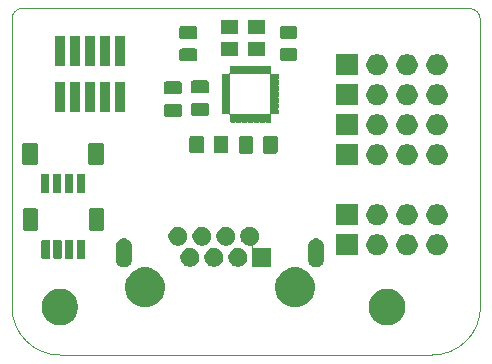
<source format=gbr>
G04 #@! TF.GenerationSoftware,KiCad,Pcbnew,(5.1.5)-3*
G04 #@! TF.CreationDate,2021-07-18T09:53:39-05:00*
G04 #@! TF.ProjectId,InputBoardSTM32QFN28,496e7075-7442-46f6-9172-6453544d3332,rev?*
G04 #@! TF.SameCoordinates,Original*
G04 #@! TF.FileFunction,Soldermask,Top*
G04 #@! TF.FilePolarity,Negative*
%FSLAX46Y46*%
G04 Gerber Fmt 4.6, Leading zero omitted, Abs format (unit mm)*
G04 Created by KiCad (PCBNEW (5.1.5)-3) date 2021-07-18 09:53:39*
%MOMM*%
%LPD*%
G04 APERTURE LIST*
%ADD10C,0.050000*%
%ADD11C,0.100000*%
G04 APERTURE END LIST*
D10*
X171279873Y-85389743D02*
G75*
G02X172239940Y-86360000I-5095J-965162D01*
G01*
X132588000Y-86296602D02*
G75*
G02X133489685Y-85389720I901685J5182D01*
G01*
X132588000Y-110680500D02*
X132588000Y-86296602D01*
X136652000Y-114744500D02*
G75*
G02X132588000Y-110680500I0J4064000D01*
G01*
X168153080Y-114744500D02*
X136652000Y-114744500D01*
X172239940Y-86360000D02*
X172250164Y-110667800D01*
X172250164Y-110670340D02*
G75*
G02X168153080Y-114744500I-4074224J0D01*
G01*
X171279820Y-85389720D02*
X133489685Y-85389720D01*
D11*
G36*
X150393146Y-90980133D02*
G01*
X150393146Y-91280107D01*
X150993094Y-91280107D01*
X150993094Y-90980133D01*
X150393146Y-90980133D01*
G37*
X150393146Y-90980133D02*
X150393146Y-91280107D01*
X150993094Y-91280107D01*
X150993094Y-90980133D01*
X150393146Y-90980133D01*
G36*
X150393146Y-91480513D02*
G01*
X150393146Y-91780487D01*
X150993094Y-91780487D01*
X150993094Y-91480513D01*
X150393146Y-91480513D01*
G37*
X150393146Y-91480513D02*
X150393146Y-91780487D01*
X150993094Y-91780487D01*
X150993094Y-91480513D01*
X150393146Y-91480513D01*
G36*
X150393146Y-91980893D02*
G01*
X150393146Y-92280867D01*
X150993094Y-92280867D01*
X150993094Y-91980893D01*
X150393146Y-91980893D01*
G37*
X150393146Y-91980893D02*
X150393146Y-92280867D01*
X150993094Y-92280867D01*
X150993094Y-91980893D01*
X150393146Y-91980893D01*
G36*
X150393146Y-92481273D02*
G01*
X150393146Y-92781247D01*
X150993094Y-92781247D01*
X150993094Y-92481273D01*
X150393146Y-92481273D01*
G37*
X150393146Y-92481273D02*
X150393146Y-92781247D01*
X150993094Y-92781247D01*
X150993094Y-92481273D01*
X150393146Y-92481273D01*
G36*
X150393146Y-92981653D02*
G01*
X150393146Y-93281627D01*
X150993094Y-93281627D01*
X150993094Y-92981653D01*
X150393146Y-92981653D01*
G37*
X150393146Y-92981653D02*
X150393146Y-93281627D01*
X150993094Y-93281627D01*
X150993094Y-92981653D01*
X150393146Y-92981653D01*
G36*
X150393146Y-93482033D02*
G01*
X150393146Y-93782007D01*
X150993094Y-93782007D01*
X150993094Y-93482033D01*
X150393146Y-93482033D01*
G37*
X150393146Y-93482033D02*
X150393146Y-93782007D01*
X150993094Y-93782007D01*
X150993094Y-93482033D01*
X150393146Y-93482033D01*
G36*
X150393146Y-93982413D02*
G01*
X150393146Y-94282387D01*
X150993094Y-94282387D01*
X150993094Y-93982413D01*
X150393146Y-93982413D01*
G37*
X150393146Y-93982413D02*
X150393146Y-94282387D01*
X150993094Y-94282387D01*
X150993094Y-93982413D01*
X150393146Y-93982413D01*
G36*
X151086693Y-94375986D02*
G01*
X151086693Y-94975934D01*
X151386667Y-94975934D01*
X151386667Y-94375986D01*
X151086693Y-94375986D01*
G37*
X151086693Y-94375986D02*
X151086693Y-94975934D01*
X151386667Y-94975934D01*
X151386667Y-94375986D01*
X151086693Y-94375986D01*
G36*
X151587073Y-94375986D02*
G01*
X151587073Y-94975934D01*
X151887047Y-94975934D01*
X151887047Y-94375986D01*
X151587073Y-94375986D01*
G37*
X151587073Y-94375986D02*
X151587073Y-94975934D01*
X151887047Y-94975934D01*
X151887047Y-94375986D01*
X151587073Y-94375986D01*
G36*
X152087453Y-94375986D02*
G01*
X152087453Y-94975934D01*
X152387427Y-94975934D01*
X152387427Y-94375986D01*
X152087453Y-94375986D01*
G37*
X152087453Y-94375986D02*
X152087453Y-94975934D01*
X152387427Y-94975934D01*
X152387427Y-94375986D01*
X152087453Y-94375986D01*
G36*
X152587833Y-94375986D02*
G01*
X152587833Y-94975934D01*
X152887807Y-94975934D01*
X152887807Y-94375986D01*
X152587833Y-94375986D01*
G37*
X152587833Y-94375986D02*
X152587833Y-94975934D01*
X152887807Y-94975934D01*
X152887807Y-94375986D01*
X152587833Y-94375986D01*
G36*
X153088213Y-94375986D02*
G01*
X153088213Y-94975934D01*
X153388187Y-94975934D01*
X153388187Y-94375986D01*
X153088213Y-94375986D01*
G37*
X153088213Y-94375986D02*
X153088213Y-94975934D01*
X153388187Y-94975934D01*
X153388187Y-94375986D01*
X153088213Y-94375986D01*
G36*
X153588593Y-94375986D02*
G01*
X153588593Y-94975934D01*
X153888567Y-94975934D01*
X153888567Y-94375986D01*
X153588593Y-94375986D01*
G37*
X153588593Y-94375986D02*
X153588593Y-94975934D01*
X153888567Y-94975934D01*
X153888567Y-94375986D01*
X153588593Y-94375986D01*
G36*
X154088973Y-94375986D02*
G01*
X154088973Y-94975934D01*
X154388947Y-94975934D01*
X154388947Y-94375986D01*
X154088973Y-94375986D01*
G37*
X154088973Y-94375986D02*
X154088973Y-94975934D01*
X154388947Y-94975934D01*
X154388947Y-94375986D01*
X154088973Y-94375986D01*
G36*
X154482546Y-93982413D02*
G01*
X154482546Y-94282387D01*
X155082494Y-94282387D01*
X155082494Y-93982413D01*
X154482546Y-93982413D01*
G37*
X154482546Y-93982413D02*
X154482546Y-94282387D01*
X155082494Y-94282387D01*
X155082494Y-93982413D01*
X154482546Y-93982413D01*
G36*
X154482546Y-93482033D02*
G01*
X154482546Y-93782007D01*
X155082494Y-93782007D01*
X155082494Y-93482033D01*
X154482546Y-93482033D01*
G37*
X154482546Y-93482033D02*
X154482546Y-93782007D01*
X155082494Y-93782007D01*
X155082494Y-93482033D01*
X154482546Y-93482033D01*
G36*
X154482546Y-92981653D02*
G01*
X154482546Y-93281627D01*
X155082494Y-93281627D01*
X155082494Y-92981653D01*
X154482546Y-92981653D01*
G37*
X154482546Y-92981653D02*
X154482546Y-93281627D01*
X155082494Y-93281627D01*
X155082494Y-92981653D01*
X154482546Y-92981653D01*
G36*
X154482546Y-92481273D02*
G01*
X154482546Y-92781247D01*
X155082494Y-92781247D01*
X155082494Y-92481273D01*
X154482546Y-92481273D01*
G37*
X154482546Y-92481273D02*
X154482546Y-92781247D01*
X155082494Y-92781247D01*
X155082494Y-92481273D01*
X154482546Y-92481273D01*
G36*
X154482546Y-91980893D02*
G01*
X154482546Y-92280867D01*
X155082494Y-92280867D01*
X155082494Y-91980893D01*
X154482546Y-91980893D01*
G37*
X154482546Y-91980893D02*
X154482546Y-92280867D01*
X155082494Y-92280867D01*
X155082494Y-91980893D01*
X154482546Y-91980893D01*
G36*
X154482546Y-91480513D02*
G01*
X154482546Y-91780487D01*
X155082494Y-91780487D01*
X155082494Y-91480513D01*
X154482546Y-91480513D01*
G37*
X154482546Y-91480513D02*
X154482546Y-91780487D01*
X155082494Y-91780487D01*
X155082494Y-91480513D01*
X154482546Y-91480513D01*
G36*
X154482546Y-90980133D02*
G01*
X154482546Y-91280107D01*
X155082494Y-91280107D01*
X155082494Y-90980133D01*
X154482546Y-90980133D01*
G37*
X154482546Y-90980133D02*
X154482546Y-91280107D01*
X155082494Y-91280107D01*
X155082494Y-90980133D01*
X154482546Y-90980133D01*
G36*
X154088973Y-90286586D02*
G01*
X154088973Y-90886534D01*
X154388947Y-90886534D01*
X154388947Y-90286586D01*
X154088973Y-90286586D01*
G37*
X154088973Y-90286586D02*
X154088973Y-90886534D01*
X154388947Y-90886534D01*
X154388947Y-90286586D01*
X154088973Y-90286586D01*
G36*
X153588593Y-90286586D02*
G01*
X153588593Y-90886534D01*
X153888567Y-90886534D01*
X153888567Y-90286586D01*
X153588593Y-90286586D01*
G37*
X153588593Y-90286586D02*
X153588593Y-90886534D01*
X153888567Y-90886534D01*
X153888567Y-90286586D01*
X153588593Y-90286586D01*
G36*
X153088213Y-90286586D02*
G01*
X153088213Y-90886534D01*
X153388187Y-90886534D01*
X153388187Y-90286586D01*
X153088213Y-90286586D01*
G37*
X153088213Y-90286586D02*
X153088213Y-90886534D01*
X153388187Y-90886534D01*
X153388187Y-90286586D01*
X153088213Y-90286586D01*
G36*
X152587833Y-90286586D02*
G01*
X152587833Y-90886534D01*
X152887807Y-90886534D01*
X152887807Y-90286586D01*
X152587833Y-90286586D01*
G37*
X152587833Y-90286586D02*
X152587833Y-90886534D01*
X152887807Y-90886534D01*
X152887807Y-90286586D01*
X152587833Y-90286586D01*
G36*
X152087453Y-90286586D02*
G01*
X152087453Y-90886534D01*
X152387427Y-90886534D01*
X152387427Y-90286586D01*
X152087453Y-90286586D01*
G37*
X152087453Y-90286586D02*
X152087453Y-90886534D01*
X152387427Y-90886534D01*
X152387427Y-90286586D01*
X152087453Y-90286586D01*
G36*
X151587073Y-90286586D02*
G01*
X151587073Y-90886534D01*
X151887047Y-90886534D01*
X151887047Y-90286586D01*
X151587073Y-90286586D01*
G37*
X151587073Y-90286586D02*
X151587073Y-90886534D01*
X151887047Y-90886534D01*
X151887047Y-90286586D01*
X151587073Y-90286586D01*
G36*
X151086693Y-90286586D02*
G01*
X151086693Y-90886534D01*
X151386667Y-90886534D01*
X151386667Y-90286586D01*
X151086693Y-90286586D01*
G37*
X151086693Y-90286586D02*
X151086693Y-90886534D01*
X151386667Y-90886534D01*
X151386667Y-90286586D01*
X151086693Y-90286586D01*
G36*
X164640585Y-109156802D02*
G01*
X164790410Y-109186604D01*
X165072674Y-109303521D01*
X165326705Y-109473259D01*
X165542741Y-109689295D01*
X165712479Y-109943326D01*
X165829396Y-110225590D01*
X165889000Y-110525240D01*
X165889000Y-110830760D01*
X165829396Y-111130410D01*
X165712479Y-111412674D01*
X165542741Y-111666705D01*
X165326705Y-111882741D01*
X165072674Y-112052479D01*
X164790410Y-112169396D01*
X164640585Y-112199198D01*
X164490761Y-112229000D01*
X164185239Y-112229000D01*
X164035415Y-112199198D01*
X163885590Y-112169396D01*
X163603326Y-112052479D01*
X163349295Y-111882741D01*
X163133259Y-111666705D01*
X162963521Y-111412674D01*
X162846604Y-111130410D01*
X162787000Y-110830760D01*
X162787000Y-110525240D01*
X162846604Y-110225590D01*
X162963521Y-109943326D01*
X163133259Y-109689295D01*
X163349295Y-109473259D01*
X163603326Y-109303521D01*
X163885590Y-109186604D01*
X164035415Y-109156802D01*
X164185239Y-109127000D01*
X164490761Y-109127000D01*
X164640585Y-109156802D01*
G37*
G36*
X136940585Y-109156802D02*
G01*
X137090410Y-109186604D01*
X137372674Y-109303521D01*
X137626705Y-109473259D01*
X137842741Y-109689295D01*
X138012479Y-109943326D01*
X138129396Y-110225590D01*
X138189000Y-110525240D01*
X138189000Y-110830760D01*
X138129396Y-111130410D01*
X138012479Y-111412674D01*
X137842741Y-111666705D01*
X137626705Y-111882741D01*
X137372674Y-112052479D01*
X137090410Y-112169396D01*
X136940585Y-112199198D01*
X136790761Y-112229000D01*
X136485239Y-112229000D01*
X136335415Y-112199198D01*
X136185590Y-112169396D01*
X135903326Y-112052479D01*
X135649295Y-111882741D01*
X135433259Y-111666705D01*
X135263521Y-111412674D01*
X135146604Y-111130410D01*
X135087000Y-110830760D01*
X135087000Y-110525240D01*
X135146604Y-110225590D01*
X135263521Y-109943326D01*
X135433259Y-109689295D01*
X135649295Y-109473259D01*
X135903326Y-109303521D01*
X136185590Y-109186604D01*
X136335415Y-109156802D01*
X136485239Y-109127000D01*
X136790761Y-109127000D01*
X136940585Y-109156802D01*
G37*
G36*
X157032151Y-107387428D02*
G01*
X157337163Y-107513768D01*
X157611667Y-107697186D01*
X157845114Y-107930633D01*
X158028532Y-108205137D01*
X158154872Y-108510149D01*
X158219280Y-108833948D01*
X158219280Y-109164092D01*
X158154872Y-109487891D01*
X158028532Y-109792903D01*
X157845114Y-110067407D01*
X157611667Y-110300854D01*
X157337163Y-110484272D01*
X157032151Y-110610612D01*
X156870251Y-110642816D01*
X156708353Y-110675020D01*
X156378207Y-110675020D01*
X156216309Y-110642816D01*
X156054409Y-110610612D01*
X155749397Y-110484272D01*
X155474893Y-110300854D01*
X155241446Y-110067407D01*
X155058028Y-109792903D01*
X154931688Y-109487891D01*
X154867280Y-109164092D01*
X154867280Y-108833948D01*
X154931688Y-108510149D01*
X155058028Y-108205137D01*
X155241446Y-107930633D01*
X155474893Y-107697186D01*
X155749397Y-107513768D01*
X156054409Y-107387428D01*
X156378207Y-107323020D01*
X156708353Y-107323020D01*
X157032151Y-107387428D01*
G37*
G36*
X144332151Y-107387428D02*
G01*
X144637163Y-107513768D01*
X144911667Y-107697186D01*
X145145114Y-107930633D01*
X145328532Y-108205137D01*
X145454872Y-108510149D01*
X145519280Y-108833948D01*
X145519280Y-109164092D01*
X145454872Y-109487891D01*
X145328532Y-109792903D01*
X145145114Y-110067407D01*
X144911667Y-110300854D01*
X144637163Y-110484272D01*
X144332151Y-110610612D01*
X144170251Y-110642816D01*
X144008353Y-110675020D01*
X143678207Y-110675020D01*
X143516309Y-110642816D01*
X143354409Y-110610612D01*
X143049397Y-110484272D01*
X142774893Y-110300854D01*
X142541446Y-110067407D01*
X142358028Y-109792903D01*
X142231688Y-109487891D01*
X142167280Y-109164092D01*
X142167280Y-108833948D01*
X142231688Y-108510149D01*
X142358028Y-108205137D01*
X142541446Y-107930633D01*
X142774893Y-107697186D01*
X143049397Y-107513768D01*
X143354409Y-107387428D01*
X143678207Y-107323020D01*
X144008353Y-107323020D01*
X144332151Y-107387428D01*
G37*
G36*
X158456682Y-104874916D02*
G01*
X158584955Y-104913828D01*
X158703174Y-104977017D01*
X158806794Y-105062056D01*
X158891833Y-105165676D01*
X158955022Y-105283895D01*
X158993934Y-105412168D01*
X159003780Y-105512142D01*
X159003780Y-106681998D01*
X158993934Y-106781972D01*
X158955022Y-106910245D01*
X158891833Y-107028464D01*
X158806794Y-107132083D01*
X158703172Y-107217123D01*
X158584954Y-107280312D01*
X158456681Y-107319224D01*
X158323280Y-107332362D01*
X158189878Y-107319224D01*
X158061605Y-107280312D01*
X157943386Y-107217123D01*
X157839767Y-107132084D01*
X157754727Y-107028462D01*
X157691538Y-106910244D01*
X157652626Y-106781971D01*
X157642780Y-106681997D01*
X157642781Y-105512142D01*
X157652627Y-105412168D01*
X157691539Y-105283895D01*
X157754728Y-105165676D01*
X157839767Y-105062056D01*
X157943387Y-104977017D01*
X158061606Y-104913828D01*
X158189879Y-104874916D01*
X158323280Y-104861778D01*
X158456682Y-104874916D01*
G37*
G36*
X142196682Y-104874916D02*
G01*
X142324955Y-104913828D01*
X142443174Y-104977017D01*
X142546794Y-105062056D01*
X142631833Y-105165676D01*
X142695022Y-105283895D01*
X142733934Y-105412168D01*
X142743780Y-105512142D01*
X142743780Y-106681998D01*
X142733934Y-106781972D01*
X142695022Y-106910245D01*
X142631833Y-107028464D01*
X142546794Y-107132083D01*
X142443172Y-107217123D01*
X142324954Y-107280312D01*
X142196681Y-107319224D01*
X142063280Y-107332362D01*
X141929878Y-107319224D01*
X141801605Y-107280312D01*
X141683386Y-107217123D01*
X141579767Y-107132084D01*
X141494727Y-107028462D01*
X141431538Y-106910244D01*
X141392626Y-106781971D01*
X141382780Y-106681997D01*
X141382781Y-105512142D01*
X141392627Y-105412168D01*
X141431539Y-105283895D01*
X141494728Y-105165676D01*
X141579767Y-105062056D01*
X141683387Y-104977017D01*
X141801606Y-104913828D01*
X141929879Y-104874916D01*
X142063280Y-104861778D01*
X142196682Y-104874916D01*
G37*
G36*
X152956222Y-103908801D02*
G01*
X153101994Y-103969182D01*
X153101996Y-103969183D01*
X153233188Y-104056842D01*
X153344758Y-104168412D01*
X153432417Y-104299604D01*
X153432418Y-104299606D01*
X153492799Y-104445378D01*
X153523580Y-104600127D01*
X153523580Y-104757913D01*
X153492799Y-104912662D01*
X153432418Y-105058434D01*
X153432417Y-105058436D01*
X153344758Y-105189628D01*
X153233188Y-105301198D01*
X153101996Y-105388857D01*
X153101995Y-105388858D01*
X153101994Y-105388858D01*
X153032757Y-105417537D01*
X153011146Y-105429088D01*
X152992204Y-105444633D01*
X152976659Y-105463575D01*
X152965108Y-105485186D01*
X152957995Y-105508635D01*
X152955593Y-105533021D01*
X152957995Y-105557407D01*
X152965108Y-105580856D01*
X152976659Y-105602467D01*
X152992204Y-105621409D01*
X153011146Y-105636954D01*
X153032757Y-105648505D01*
X153056206Y-105655618D01*
X153080592Y-105658020D01*
X154543580Y-105658020D01*
X154543580Y-107260020D01*
X152941580Y-107260020D01*
X152941580Y-105604462D01*
X152939178Y-105580076D01*
X152932065Y-105556627D01*
X152920514Y-105535016D01*
X152904969Y-105516074D01*
X152886027Y-105500529D01*
X152864416Y-105488978D01*
X152840967Y-105481865D01*
X152816581Y-105479463D01*
X152810931Y-105480020D01*
X152643687Y-105480020D01*
X152488938Y-105449239D01*
X152343166Y-105388858D01*
X152343165Y-105388858D01*
X152343164Y-105388857D01*
X152211972Y-105301198D01*
X152100402Y-105189628D01*
X152012743Y-105058436D01*
X152012742Y-105058434D01*
X151952361Y-104912662D01*
X151921580Y-104757913D01*
X151921580Y-104600127D01*
X151952361Y-104445378D01*
X152012742Y-104299606D01*
X152012743Y-104299604D01*
X152100402Y-104168412D01*
X152211972Y-104056842D01*
X152343164Y-103969183D01*
X152343166Y-103969182D01*
X152488938Y-103908801D01*
X152643687Y-103878020D01*
X152801473Y-103878020D01*
X152956222Y-103908801D01*
G37*
G36*
X147886222Y-105688801D02*
G01*
X148031994Y-105749182D01*
X148031996Y-105749183D01*
X148163188Y-105836842D01*
X148274758Y-105948412D01*
X148298773Y-105984354D01*
X148362418Y-106079606D01*
X148422799Y-106225378D01*
X148453580Y-106380127D01*
X148453580Y-106537913D01*
X148422799Y-106692662D01*
X148385806Y-106781970D01*
X148362417Y-106838436D01*
X148274758Y-106969628D01*
X148163188Y-107081198D01*
X148031996Y-107168857D01*
X148031995Y-107168858D01*
X148031994Y-107168858D01*
X147886222Y-107229239D01*
X147731473Y-107260020D01*
X147573687Y-107260020D01*
X147418938Y-107229239D01*
X147273166Y-107168858D01*
X147273165Y-107168858D01*
X147273164Y-107168857D01*
X147141972Y-107081198D01*
X147030402Y-106969628D01*
X146942743Y-106838436D01*
X146919354Y-106781970D01*
X146882361Y-106692662D01*
X146851580Y-106537913D01*
X146851580Y-106380127D01*
X146882361Y-106225378D01*
X146942742Y-106079606D01*
X147006387Y-105984354D01*
X147030402Y-105948412D01*
X147141972Y-105836842D01*
X147273164Y-105749183D01*
X147273166Y-105749182D01*
X147418938Y-105688801D01*
X147573687Y-105658020D01*
X147731473Y-105658020D01*
X147886222Y-105688801D01*
G37*
G36*
X149916222Y-105688801D02*
G01*
X150061994Y-105749182D01*
X150061996Y-105749183D01*
X150193188Y-105836842D01*
X150304758Y-105948412D01*
X150328773Y-105984354D01*
X150392418Y-106079606D01*
X150452799Y-106225378D01*
X150483580Y-106380127D01*
X150483580Y-106537913D01*
X150452799Y-106692662D01*
X150415806Y-106781970D01*
X150392417Y-106838436D01*
X150304758Y-106969628D01*
X150193188Y-107081198D01*
X150061996Y-107168857D01*
X150061995Y-107168858D01*
X150061994Y-107168858D01*
X149916222Y-107229239D01*
X149761473Y-107260020D01*
X149603687Y-107260020D01*
X149448938Y-107229239D01*
X149303166Y-107168858D01*
X149303165Y-107168858D01*
X149303164Y-107168857D01*
X149171972Y-107081198D01*
X149060402Y-106969628D01*
X148972743Y-106838436D01*
X148949354Y-106781970D01*
X148912361Y-106692662D01*
X148881580Y-106537913D01*
X148881580Y-106380127D01*
X148912361Y-106225378D01*
X148972742Y-106079606D01*
X149036387Y-105984354D01*
X149060402Y-105948412D01*
X149171972Y-105836842D01*
X149303164Y-105749183D01*
X149303166Y-105749182D01*
X149448938Y-105688801D01*
X149603687Y-105658020D01*
X149761473Y-105658020D01*
X149916222Y-105688801D01*
G37*
G36*
X151946222Y-105688801D02*
G01*
X152091994Y-105749182D01*
X152091996Y-105749183D01*
X152223188Y-105836842D01*
X152334758Y-105948412D01*
X152358773Y-105984354D01*
X152422418Y-106079606D01*
X152482799Y-106225378D01*
X152513580Y-106380127D01*
X152513580Y-106537913D01*
X152482799Y-106692662D01*
X152445806Y-106781970D01*
X152422417Y-106838436D01*
X152334758Y-106969628D01*
X152223188Y-107081198D01*
X152091996Y-107168857D01*
X152091995Y-107168858D01*
X152091994Y-107168858D01*
X151946222Y-107229239D01*
X151791473Y-107260020D01*
X151633687Y-107260020D01*
X151478938Y-107229239D01*
X151333166Y-107168858D01*
X151333165Y-107168858D01*
X151333164Y-107168857D01*
X151201972Y-107081198D01*
X151090402Y-106969628D01*
X151002743Y-106838436D01*
X150979354Y-106781970D01*
X150942361Y-106692662D01*
X150911580Y-106537913D01*
X150911580Y-106380127D01*
X150942361Y-106225378D01*
X151002742Y-106079606D01*
X151066387Y-105984354D01*
X151090402Y-105948412D01*
X151201972Y-105836842D01*
X151333164Y-105749183D01*
X151333166Y-105749182D01*
X151478938Y-105688801D01*
X151633687Y-105658020D01*
X151791473Y-105658020D01*
X151946222Y-105688801D01*
G37*
G36*
X135691328Y-104971964D02*
G01*
X135712409Y-104978360D01*
X135731845Y-104988748D01*
X135748876Y-105002724D01*
X135762852Y-105019755D01*
X135773240Y-105039191D01*
X135779636Y-105060272D01*
X135782400Y-105088340D01*
X135782400Y-106502060D01*
X135779636Y-106530128D01*
X135773240Y-106551209D01*
X135762852Y-106570645D01*
X135748876Y-106587676D01*
X135731845Y-106601652D01*
X135712409Y-106612040D01*
X135691328Y-106618436D01*
X135663260Y-106621200D01*
X135199540Y-106621200D01*
X135171472Y-106618436D01*
X135150391Y-106612040D01*
X135130955Y-106601652D01*
X135113924Y-106587676D01*
X135099948Y-106570645D01*
X135089560Y-106551209D01*
X135083164Y-106530128D01*
X135080400Y-106502060D01*
X135080400Y-105088340D01*
X135083164Y-105060272D01*
X135089560Y-105039191D01*
X135099948Y-105019755D01*
X135113924Y-105002724D01*
X135130955Y-104988748D01*
X135150391Y-104978360D01*
X135171472Y-104971964D01*
X135199540Y-104969200D01*
X135663260Y-104969200D01*
X135691328Y-104971964D01*
G37*
G36*
X138691328Y-104971964D02*
G01*
X138712409Y-104978360D01*
X138731845Y-104988748D01*
X138748876Y-105002724D01*
X138762852Y-105019755D01*
X138773240Y-105039191D01*
X138779636Y-105060272D01*
X138782400Y-105088340D01*
X138782400Y-106502060D01*
X138779636Y-106530128D01*
X138773240Y-106551209D01*
X138762852Y-106570645D01*
X138748876Y-106587676D01*
X138731845Y-106601652D01*
X138712409Y-106612040D01*
X138691328Y-106618436D01*
X138663260Y-106621200D01*
X138199540Y-106621200D01*
X138171472Y-106618436D01*
X138150391Y-106612040D01*
X138130955Y-106601652D01*
X138113924Y-106587676D01*
X138099948Y-106570645D01*
X138089560Y-106551209D01*
X138083164Y-106530128D01*
X138080400Y-106502060D01*
X138080400Y-105088340D01*
X138083164Y-105060272D01*
X138089560Y-105039191D01*
X138099948Y-105019755D01*
X138113924Y-105002724D01*
X138130955Y-104988748D01*
X138150391Y-104978360D01*
X138171472Y-104971964D01*
X138199540Y-104969200D01*
X138663260Y-104969200D01*
X138691328Y-104971964D01*
G37*
G36*
X137691328Y-104971964D02*
G01*
X137712409Y-104978360D01*
X137731845Y-104988748D01*
X137748876Y-105002724D01*
X137762852Y-105019755D01*
X137773240Y-105039191D01*
X137779636Y-105060272D01*
X137782400Y-105088340D01*
X137782400Y-106502060D01*
X137779636Y-106530128D01*
X137773240Y-106551209D01*
X137762852Y-106570645D01*
X137748876Y-106587676D01*
X137731845Y-106601652D01*
X137712409Y-106612040D01*
X137691328Y-106618436D01*
X137663260Y-106621200D01*
X137199540Y-106621200D01*
X137171472Y-106618436D01*
X137150391Y-106612040D01*
X137130955Y-106601652D01*
X137113924Y-106587676D01*
X137099948Y-106570645D01*
X137089560Y-106551209D01*
X137083164Y-106530128D01*
X137080400Y-106502060D01*
X137080400Y-105088340D01*
X137083164Y-105060272D01*
X137089560Y-105039191D01*
X137099948Y-105019755D01*
X137113924Y-105002724D01*
X137130955Y-104988748D01*
X137150391Y-104978360D01*
X137171472Y-104971964D01*
X137199540Y-104969200D01*
X137663260Y-104969200D01*
X137691328Y-104971964D01*
G37*
G36*
X136691328Y-104971964D02*
G01*
X136712409Y-104978360D01*
X136731845Y-104988748D01*
X136748876Y-105002724D01*
X136762852Y-105019755D01*
X136773240Y-105039191D01*
X136779636Y-105060272D01*
X136782400Y-105088340D01*
X136782400Y-106502060D01*
X136779636Y-106530128D01*
X136773240Y-106551209D01*
X136762852Y-106570645D01*
X136748876Y-106587676D01*
X136731845Y-106601652D01*
X136712409Y-106612040D01*
X136691328Y-106618436D01*
X136663260Y-106621200D01*
X136199540Y-106621200D01*
X136171472Y-106618436D01*
X136150391Y-106612040D01*
X136130955Y-106601652D01*
X136113924Y-106587676D01*
X136099948Y-106570645D01*
X136089560Y-106551209D01*
X136083164Y-106530128D01*
X136080400Y-106502060D01*
X136080400Y-105088340D01*
X136083164Y-105060272D01*
X136089560Y-105039191D01*
X136099948Y-105019755D01*
X136113924Y-105002724D01*
X136130955Y-104988748D01*
X136150391Y-104978360D01*
X136171472Y-104971964D01*
X136199540Y-104969200D01*
X136663260Y-104969200D01*
X136691328Y-104971964D01*
G37*
G36*
X161850640Y-106311000D02*
G01*
X160048640Y-106311000D01*
X160048640Y-104509000D01*
X161850640Y-104509000D01*
X161850640Y-106311000D01*
G37*
G36*
X168683152Y-104513927D02*
G01*
X168832452Y-104543624D01*
X168996424Y-104611544D01*
X169143994Y-104710147D01*
X169269493Y-104835646D01*
X169368096Y-104983216D01*
X169436016Y-105147188D01*
X169463208Y-105283894D01*
X169470640Y-105321258D01*
X169470640Y-105498742D01*
X169467974Y-105512146D01*
X169436016Y-105672812D01*
X169368096Y-105836784D01*
X169269493Y-105984354D01*
X169143994Y-106109853D01*
X168996424Y-106208456D01*
X168832452Y-106276376D01*
X168683152Y-106306073D01*
X168658382Y-106311000D01*
X168480898Y-106311000D01*
X168456128Y-106306073D01*
X168306828Y-106276376D01*
X168142856Y-106208456D01*
X167995286Y-106109853D01*
X167869787Y-105984354D01*
X167771184Y-105836784D01*
X167703264Y-105672812D01*
X167671306Y-105512146D01*
X167668640Y-105498742D01*
X167668640Y-105321258D01*
X167676072Y-105283894D01*
X167703264Y-105147188D01*
X167771184Y-104983216D01*
X167869787Y-104835646D01*
X167995286Y-104710147D01*
X168142856Y-104611544D01*
X168306828Y-104543624D01*
X168456128Y-104513927D01*
X168480898Y-104509000D01*
X168658382Y-104509000D01*
X168683152Y-104513927D01*
G37*
G36*
X166143152Y-104513927D02*
G01*
X166292452Y-104543624D01*
X166456424Y-104611544D01*
X166603994Y-104710147D01*
X166729493Y-104835646D01*
X166828096Y-104983216D01*
X166896016Y-105147188D01*
X166923208Y-105283894D01*
X166930640Y-105321258D01*
X166930640Y-105498742D01*
X166927974Y-105512146D01*
X166896016Y-105672812D01*
X166828096Y-105836784D01*
X166729493Y-105984354D01*
X166603994Y-106109853D01*
X166456424Y-106208456D01*
X166292452Y-106276376D01*
X166143152Y-106306073D01*
X166118382Y-106311000D01*
X165940898Y-106311000D01*
X165916128Y-106306073D01*
X165766828Y-106276376D01*
X165602856Y-106208456D01*
X165455286Y-106109853D01*
X165329787Y-105984354D01*
X165231184Y-105836784D01*
X165163264Y-105672812D01*
X165131306Y-105512146D01*
X165128640Y-105498742D01*
X165128640Y-105321258D01*
X165136072Y-105283894D01*
X165163264Y-105147188D01*
X165231184Y-104983216D01*
X165329787Y-104835646D01*
X165455286Y-104710147D01*
X165602856Y-104611544D01*
X165766828Y-104543624D01*
X165916128Y-104513927D01*
X165940898Y-104509000D01*
X166118382Y-104509000D01*
X166143152Y-104513927D01*
G37*
G36*
X163603152Y-104513927D02*
G01*
X163752452Y-104543624D01*
X163916424Y-104611544D01*
X164063994Y-104710147D01*
X164189493Y-104835646D01*
X164288096Y-104983216D01*
X164356016Y-105147188D01*
X164383208Y-105283894D01*
X164390640Y-105321258D01*
X164390640Y-105498742D01*
X164387974Y-105512146D01*
X164356016Y-105672812D01*
X164288096Y-105836784D01*
X164189493Y-105984354D01*
X164063994Y-106109853D01*
X163916424Y-106208456D01*
X163752452Y-106276376D01*
X163603152Y-106306073D01*
X163578382Y-106311000D01*
X163400898Y-106311000D01*
X163376128Y-106306073D01*
X163226828Y-106276376D01*
X163062856Y-106208456D01*
X162915286Y-106109853D01*
X162789787Y-105984354D01*
X162691184Y-105836784D01*
X162623264Y-105672812D01*
X162591306Y-105512146D01*
X162588640Y-105498742D01*
X162588640Y-105321258D01*
X162596072Y-105283894D01*
X162623264Y-105147188D01*
X162691184Y-104983216D01*
X162789787Y-104835646D01*
X162915286Y-104710147D01*
X163062856Y-104611544D01*
X163226828Y-104543624D01*
X163376128Y-104513927D01*
X163400898Y-104509000D01*
X163578382Y-104509000D01*
X163603152Y-104513927D01*
G37*
G36*
X146866222Y-103908801D02*
G01*
X147011994Y-103969182D01*
X147011996Y-103969183D01*
X147143188Y-104056842D01*
X147254758Y-104168412D01*
X147342417Y-104299604D01*
X147342418Y-104299606D01*
X147402799Y-104445378D01*
X147433580Y-104600127D01*
X147433580Y-104757913D01*
X147402799Y-104912662D01*
X147342418Y-105058434D01*
X147342417Y-105058436D01*
X147254758Y-105189628D01*
X147143188Y-105301198D01*
X147011996Y-105388857D01*
X147011995Y-105388858D01*
X147011994Y-105388858D01*
X146866222Y-105449239D01*
X146711473Y-105480020D01*
X146553687Y-105480020D01*
X146398938Y-105449239D01*
X146253166Y-105388858D01*
X146253165Y-105388858D01*
X146253164Y-105388857D01*
X146121972Y-105301198D01*
X146010402Y-105189628D01*
X145922743Y-105058436D01*
X145922742Y-105058434D01*
X145862361Y-104912662D01*
X145831580Y-104757913D01*
X145831580Y-104600127D01*
X145862361Y-104445378D01*
X145922742Y-104299606D01*
X145922743Y-104299604D01*
X146010402Y-104168412D01*
X146121972Y-104056842D01*
X146253164Y-103969183D01*
X146253166Y-103969182D01*
X146398938Y-103908801D01*
X146553687Y-103878020D01*
X146711473Y-103878020D01*
X146866222Y-103908801D01*
G37*
G36*
X148896222Y-103908801D02*
G01*
X149041994Y-103969182D01*
X149041996Y-103969183D01*
X149173188Y-104056842D01*
X149284758Y-104168412D01*
X149372417Y-104299604D01*
X149372418Y-104299606D01*
X149432799Y-104445378D01*
X149463580Y-104600127D01*
X149463580Y-104757913D01*
X149432799Y-104912662D01*
X149372418Y-105058434D01*
X149372417Y-105058436D01*
X149284758Y-105189628D01*
X149173188Y-105301198D01*
X149041996Y-105388857D01*
X149041995Y-105388858D01*
X149041994Y-105388858D01*
X148896222Y-105449239D01*
X148741473Y-105480020D01*
X148583687Y-105480020D01*
X148428938Y-105449239D01*
X148283166Y-105388858D01*
X148283165Y-105388858D01*
X148283164Y-105388857D01*
X148151972Y-105301198D01*
X148040402Y-105189628D01*
X147952743Y-105058436D01*
X147952742Y-105058434D01*
X147892361Y-104912662D01*
X147861580Y-104757913D01*
X147861580Y-104600127D01*
X147892361Y-104445378D01*
X147952742Y-104299606D01*
X147952743Y-104299604D01*
X148040402Y-104168412D01*
X148151972Y-104056842D01*
X148283164Y-103969183D01*
X148283166Y-103969182D01*
X148428938Y-103908801D01*
X148583687Y-103878020D01*
X148741473Y-103878020D01*
X148896222Y-103908801D01*
G37*
G36*
X150926222Y-103908801D02*
G01*
X151071994Y-103969182D01*
X151071996Y-103969183D01*
X151203188Y-104056842D01*
X151314758Y-104168412D01*
X151402417Y-104299604D01*
X151402418Y-104299606D01*
X151462799Y-104445378D01*
X151493580Y-104600127D01*
X151493580Y-104757913D01*
X151462799Y-104912662D01*
X151402418Y-105058434D01*
X151402417Y-105058436D01*
X151314758Y-105189628D01*
X151203188Y-105301198D01*
X151071996Y-105388857D01*
X151071995Y-105388858D01*
X151071994Y-105388858D01*
X150926222Y-105449239D01*
X150771473Y-105480020D01*
X150613687Y-105480020D01*
X150458938Y-105449239D01*
X150313166Y-105388858D01*
X150313165Y-105388858D01*
X150313164Y-105388857D01*
X150181972Y-105301198D01*
X150070402Y-105189628D01*
X149982743Y-105058436D01*
X149982742Y-105058434D01*
X149922361Y-104912662D01*
X149891580Y-104757913D01*
X149891580Y-104600127D01*
X149922361Y-104445378D01*
X149982742Y-104299606D01*
X149982743Y-104299604D01*
X150070402Y-104168412D01*
X150181972Y-104056842D01*
X150313164Y-103969183D01*
X150313166Y-103969182D01*
X150458938Y-103908801D01*
X150613687Y-103878020D01*
X150771473Y-103878020D01*
X150926222Y-103908801D01*
G37*
G36*
X134622641Y-102323604D02*
G01*
X134659738Y-102334857D01*
X134693919Y-102353127D01*
X134723883Y-102377717D01*
X134748473Y-102407681D01*
X134766743Y-102441862D01*
X134777996Y-102478959D01*
X134782400Y-102523673D01*
X134782400Y-104016727D01*
X134777996Y-104061441D01*
X134766743Y-104098538D01*
X134748473Y-104132719D01*
X134723883Y-104162683D01*
X134693919Y-104187273D01*
X134659738Y-104205543D01*
X134622641Y-104216796D01*
X134577927Y-104221200D01*
X133684873Y-104221200D01*
X133640159Y-104216796D01*
X133603062Y-104205543D01*
X133568881Y-104187273D01*
X133538917Y-104162683D01*
X133514327Y-104132719D01*
X133496057Y-104098538D01*
X133484804Y-104061441D01*
X133480400Y-104016727D01*
X133480400Y-102523673D01*
X133484804Y-102478959D01*
X133496057Y-102441862D01*
X133514327Y-102407681D01*
X133538917Y-102377717D01*
X133568881Y-102353127D01*
X133603062Y-102334857D01*
X133640159Y-102323604D01*
X133684873Y-102319200D01*
X134577927Y-102319200D01*
X134622641Y-102323604D01*
G37*
G36*
X140222641Y-102323604D02*
G01*
X140259738Y-102334857D01*
X140293919Y-102353127D01*
X140323883Y-102377717D01*
X140348473Y-102407681D01*
X140366743Y-102441862D01*
X140377996Y-102478959D01*
X140382400Y-102523673D01*
X140382400Y-104016727D01*
X140377996Y-104061441D01*
X140366743Y-104098538D01*
X140348473Y-104132719D01*
X140323883Y-104162683D01*
X140293919Y-104187273D01*
X140259738Y-104205543D01*
X140222641Y-104216796D01*
X140177927Y-104221200D01*
X139284873Y-104221200D01*
X139240159Y-104216796D01*
X139203062Y-104205543D01*
X139168881Y-104187273D01*
X139138917Y-104162683D01*
X139114327Y-104132719D01*
X139096057Y-104098538D01*
X139084804Y-104061441D01*
X139080400Y-104016727D01*
X139080400Y-102523673D01*
X139084804Y-102478959D01*
X139096057Y-102441862D01*
X139114327Y-102407681D01*
X139138917Y-102377717D01*
X139168881Y-102353127D01*
X139203062Y-102334857D01*
X139240159Y-102323604D01*
X139284873Y-102319200D01*
X140177927Y-102319200D01*
X140222641Y-102323604D01*
G37*
G36*
X166143152Y-101973927D02*
G01*
X166292452Y-102003624D01*
X166456424Y-102071544D01*
X166603994Y-102170147D01*
X166729493Y-102295646D01*
X166828096Y-102443216D01*
X166896016Y-102607188D01*
X166930640Y-102781259D01*
X166930640Y-102958741D01*
X166896016Y-103132812D01*
X166828096Y-103296784D01*
X166729493Y-103444354D01*
X166603994Y-103569853D01*
X166456424Y-103668456D01*
X166292452Y-103736376D01*
X166143152Y-103766073D01*
X166118382Y-103771000D01*
X165940898Y-103771000D01*
X165916128Y-103766073D01*
X165766828Y-103736376D01*
X165602856Y-103668456D01*
X165455286Y-103569853D01*
X165329787Y-103444354D01*
X165231184Y-103296784D01*
X165163264Y-103132812D01*
X165128640Y-102958741D01*
X165128640Y-102781259D01*
X165163264Y-102607188D01*
X165231184Y-102443216D01*
X165329787Y-102295646D01*
X165455286Y-102170147D01*
X165602856Y-102071544D01*
X165766828Y-102003624D01*
X165916128Y-101973927D01*
X165940898Y-101969000D01*
X166118382Y-101969000D01*
X166143152Y-101973927D01*
G37*
G36*
X168683152Y-101973927D02*
G01*
X168832452Y-102003624D01*
X168996424Y-102071544D01*
X169143994Y-102170147D01*
X169269493Y-102295646D01*
X169368096Y-102443216D01*
X169436016Y-102607188D01*
X169470640Y-102781259D01*
X169470640Y-102958741D01*
X169436016Y-103132812D01*
X169368096Y-103296784D01*
X169269493Y-103444354D01*
X169143994Y-103569853D01*
X168996424Y-103668456D01*
X168832452Y-103736376D01*
X168683152Y-103766073D01*
X168658382Y-103771000D01*
X168480898Y-103771000D01*
X168456128Y-103766073D01*
X168306828Y-103736376D01*
X168142856Y-103668456D01*
X167995286Y-103569853D01*
X167869787Y-103444354D01*
X167771184Y-103296784D01*
X167703264Y-103132812D01*
X167668640Y-102958741D01*
X167668640Y-102781259D01*
X167703264Y-102607188D01*
X167771184Y-102443216D01*
X167869787Y-102295646D01*
X167995286Y-102170147D01*
X168142856Y-102071544D01*
X168306828Y-102003624D01*
X168456128Y-101973927D01*
X168480898Y-101969000D01*
X168658382Y-101969000D01*
X168683152Y-101973927D01*
G37*
G36*
X161850640Y-103771000D02*
G01*
X160048640Y-103771000D01*
X160048640Y-101969000D01*
X161850640Y-101969000D01*
X161850640Y-103771000D01*
G37*
G36*
X163603152Y-101973927D02*
G01*
X163752452Y-102003624D01*
X163916424Y-102071544D01*
X164063994Y-102170147D01*
X164189493Y-102295646D01*
X164288096Y-102443216D01*
X164356016Y-102607188D01*
X164390640Y-102781259D01*
X164390640Y-102958741D01*
X164356016Y-103132812D01*
X164288096Y-103296784D01*
X164189493Y-103444354D01*
X164063994Y-103569853D01*
X163916424Y-103668456D01*
X163752452Y-103736376D01*
X163603152Y-103766073D01*
X163578382Y-103771000D01*
X163400898Y-103771000D01*
X163376128Y-103766073D01*
X163226828Y-103736376D01*
X163062856Y-103668456D01*
X162915286Y-103569853D01*
X162789787Y-103444354D01*
X162691184Y-103296784D01*
X162623264Y-103132812D01*
X162588640Y-102958741D01*
X162588640Y-102781259D01*
X162623264Y-102607188D01*
X162691184Y-102443216D01*
X162789787Y-102295646D01*
X162915286Y-102170147D01*
X163062856Y-102071544D01*
X163226828Y-102003624D01*
X163376128Y-101973927D01*
X163400898Y-101969000D01*
X163578382Y-101969000D01*
X163603152Y-101973927D01*
G37*
G36*
X136665928Y-99409364D02*
G01*
X136687009Y-99415760D01*
X136706445Y-99426148D01*
X136723476Y-99440124D01*
X136737452Y-99457155D01*
X136747840Y-99476591D01*
X136754236Y-99497672D01*
X136757000Y-99525740D01*
X136757000Y-100939460D01*
X136754236Y-100967528D01*
X136747840Y-100988609D01*
X136737452Y-101008045D01*
X136723476Y-101025076D01*
X136706445Y-101039052D01*
X136687009Y-101049440D01*
X136665928Y-101055836D01*
X136637860Y-101058600D01*
X136174140Y-101058600D01*
X136146072Y-101055836D01*
X136124991Y-101049440D01*
X136105555Y-101039052D01*
X136088524Y-101025076D01*
X136074548Y-101008045D01*
X136064160Y-100988609D01*
X136057764Y-100967528D01*
X136055000Y-100939460D01*
X136055000Y-99525740D01*
X136057764Y-99497672D01*
X136064160Y-99476591D01*
X136074548Y-99457155D01*
X136088524Y-99440124D01*
X136105555Y-99426148D01*
X136124991Y-99415760D01*
X136146072Y-99409364D01*
X136174140Y-99406600D01*
X136637860Y-99406600D01*
X136665928Y-99409364D01*
G37*
G36*
X138665928Y-99409364D02*
G01*
X138687009Y-99415760D01*
X138706445Y-99426148D01*
X138723476Y-99440124D01*
X138737452Y-99457155D01*
X138747840Y-99476591D01*
X138754236Y-99497672D01*
X138757000Y-99525740D01*
X138757000Y-100939460D01*
X138754236Y-100967528D01*
X138747840Y-100988609D01*
X138737452Y-101008045D01*
X138723476Y-101025076D01*
X138706445Y-101039052D01*
X138687009Y-101049440D01*
X138665928Y-101055836D01*
X138637860Y-101058600D01*
X138174140Y-101058600D01*
X138146072Y-101055836D01*
X138124991Y-101049440D01*
X138105555Y-101039052D01*
X138088524Y-101025076D01*
X138074548Y-101008045D01*
X138064160Y-100988609D01*
X138057764Y-100967528D01*
X138055000Y-100939460D01*
X138055000Y-99525740D01*
X138057764Y-99497672D01*
X138064160Y-99476591D01*
X138074548Y-99457155D01*
X138088524Y-99440124D01*
X138105555Y-99426148D01*
X138124991Y-99415760D01*
X138146072Y-99409364D01*
X138174140Y-99406600D01*
X138637860Y-99406600D01*
X138665928Y-99409364D01*
G37*
G36*
X137665928Y-99409364D02*
G01*
X137687009Y-99415760D01*
X137706445Y-99426148D01*
X137723476Y-99440124D01*
X137737452Y-99457155D01*
X137747840Y-99476591D01*
X137754236Y-99497672D01*
X137757000Y-99525740D01*
X137757000Y-100939460D01*
X137754236Y-100967528D01*
X137747840Y-100988609D01*
X137737452Y-101008045D01*
X137723476Y-101025076D01*
X137706445Y-101039052D01*
X137687009Y-101049440D01*
X137665928Y-101055836D01*
X137637860Y-101058600D01*
X137174140Y-101058600D01*
X137146072Y-101055836D01*
X137124991Y-101049440D01*
X137105555Y-101039052D01*
X137088524Y-101025076D01*
X137074548Y-101008045D01*
X137064160Y-100988609D01*
X137057764Y-100967528D01*
X137055000Y-100939460D01*
X137055000Y-99525740D01*
X137057764Y-99497672D01*
X137064160Y-99476591D01*
X137074548Y-99457155D01*
X137088524Y-99440124D01*
X137105555Y-99426148D01*
X137124991Y-99415760D01*
X137146072Y-99409364D01*
X137174140Y-99406600D01*
X137637860Y-99406600D01*
X137665928Y-99409364D01*
G37*
G36*
X135665928Y-99409364D02*
G01*
X135687009Y-99415760D01*
X135706445Y-99426148D01*
X135723476Y-99440124D01*
X135737452Y-99457155D01*
X135747840Y-99476591D01*
X135754236Y-99497672D01*
X135757000Y-99525740D01*
X135757000Y-100939460D01*
X135754236Y-100967528D01*
X135747840Y-100988609D01*
X135737452Y-101008045D01*
X135723476Y-101025076D01*
X135706445Y-101039052D01*
X135687009Y-101049440D01*
X135665928Y-101055836D01*
X135637860Y-101058600D01*
X135174140Y-101058600D01*
X135146072Y-101055836D01*
X135124991Y-101049440D01*
X135105555Y-101039052D01*
X135088524Y-101025076D01*
X135074548Y-101008045D01*
X135064160Y-100988609D01*
X135057764Y-100967528D01*
X135055000Y-100939460D01*
X135055000Y-99525740D01*
X135057764Y-99497672D01*
X135064160Y-99476591D01*
X135074548Y-99457155D01*
X135088524Y-99440124D01*
X135105555Y-99426148D01*
X135124991Y-99415760D01*
X135146072Y-99409364D01*
X135174140Y-99406600D01*
X135637860Y-99406600D01*
X135665928Y-99409364D01*
G37*
G36*
X166143152Y-96893927D02*
G01*
X166292452Y-96923624D01*
X166456424Y-96991544D01*
X166603994Y-97090147D01*
X166729493Y-97215646D01*
X166828096Y-97363216D01*
X166896016Y-97527188D01*
X166930640Y-97701259D01*
X166930640Y-97878741D01*
X166896016Y-98052812D01*
X166828096Y-98216784D01*
X166729493Y-98364354D01*
X166603994Y-98489853D01*
X166456424Y-98588456D01*
X166292452Y-98656376D01*
X166143152Y-98686073D01*
X166118382Y-98691000D01*
X165940898Y-98691000D01*
X165916128Y-98686073D01*
X165766828Y-98656376D01*
X165602856Y-98588456D01*
X165455286Y-98489853D01*
X165329787Y-98364354D01*
X165231184Y-98216784D01*
X165163264Y-98052812D01*
X165128640Y-97878741D01*
X165128640Y-97701259D01*
X165163264Y-97527188D01*
X165231184Y-97363216D01*
X165329787Y-97215646D01*
X165455286Y-97090147D01*
X165602856Y-96991544D01*
X165766828Y-96923624D01*
X165916128Y-96893927D01*
X165940898Y-96889000D01*
X166118382Y-96889000D01*
X166143152Y-96893927D01*
G37*
G36*
X168683152Y-96893927D02*
G01*
X168832452Y-96923624D01*
X168996424Y-96991544D01*
X169143994Y-97090147D01*
X169269493Y-97215646D01*
X169368096Y-97363216D01*
X169436016Y-97527188D01*
X169470640Y-97701259D01*
X169470640Y-97878741D01*
X169436016Y-98052812D01*
X169368096Y-98216784D01*
X169269493Y-98364354D01*
X169143994Y-98489853D01*
X168996424Y-98588456D01*
X168832452Y-98656376D01*
X168683152Y-98686073D01*
X168658382Y-98691000D01*
X168480898Y-98691000D01*
X168456128Y-98686073D01*
X168306828Y-98656376D01*
X168142856Y-98588456D01*
X167995286Y-98489853D01*
X167869787Y-98364354D01*
X167771184Y-98216784D01*
X167703264Y-98052812D01*
X167668640Y-97878741D01*
X167668640Y-97701259D01*
X167703264Y-97527188D01*
X167771184Y-97363216D01*
X167869787Y-97215646D01*
X167995286Y-97090147D01*
X168142856Y-96991544D01*
X168306828Y-96923624D01*
X168456128Y-96893927D01*
X168480898Y-96889000D01*
X168658382Y-96889000D01*
X168683152Y-96893927D01*
G37*
G36*
X163603152Y-96893927D02*
G01*
X163752452Y-96923624D01*
X163916424Y-96991544D01*
X164063994Y-97090147D01*
X164189493Y-97215646D01*
X164288096Y-97363216D01*
X164356016Y-97527188D01*
X164390640Y-97701259D01*
X164390640Y-97878741D01*
X164356016Y-98052812D01*
X164288096Y-98216784D01*
X164189493Y-98364354D01*
X164063994Y-98489853D01*
X163916424Y-98588456D01*
X163752452Y-98656376D01*
X163603152Y-98686073D01*
X163578382Y-98691000D01*
X163400898Y-98691000D01*
X163376128Y-98686073D01*
X163226828Y-98656376D01*
X163062856Y-98588456D01*
X162915286Y-98489853D01*
X162789787Y-98364354D01*
X162691184Y-98216784D01*
X162623264Y-98052812D01*
X162588640Y-97878741D01*
X162588640Y-97701259D01*
X162623264Y-97527188D01*
X162691184Y-97363216D01*
X162789787Y-97215646D01*
X162915286Y-97090147D01*
X163062856Y-96991544D01*
X163226828Y-96923624D01*
X163376128Y-96893927D01*
X163400898Y-96889000D01*
X163578382Y-96889000D01*
X163603152Y-96893927D01*
G37*
G36*
X161850640Y-98691000D02*
G01*
X160048640Y-98691000D01*
X160048640Y-96889000D01*
X161850640Y-96889000D01*
X161850640Y-98691000D01*
G37*
G36*
X140197241Y-96761004D02*
G01*
X140234338Y-96772257D01*
X140268519Y-96790527D01*
X140298483Y-96815117D01*
X140323073Y-96845081D01*
X140341343Y-96879262D01*
X140352596Y-96916359D01*
X140357000Y-96961073D01*
X140357000Y-98454127D01*
X140352596Y-98498841D01*
X140341343Y-98535938D01*
X140323073Y-98570119D01*
X140298483Y-98600083D01*
X140268519Y-98624673D01*
X140234338Y-98642943D01*
X140197241Y-98654196D01*
X140152527Y-98658600D01*
X139259473Y-98658600D01*
X139214759Y-98654196D01*
X139177662Y-98642943D01*
X139143481Y-98624673D01*
X139113517Y-98600083D01*
X139088927Y-98570119D01*
X139070657Y-98535938D01*
X139059404Y-98498841D01*
X139055000Y-98454127D01*
X139055000Y-96961073D01*
X139059404Y-96916359D01*
X139070657Y-96879262D01*
X139088927Y-96845081D01*
X139113517Y-96815117D01*
X139143481Y-96790527D01*
X139177662Y-96772257D01*
X139214759Y-96761004D01*
X139259473Y-96756600D01*
X140152527Y-96756600D01*
X140197241Y-96761004D01*
G37*
G36*
X134597241Y-96761004D02*
G01*
X134634338Y-96772257D01*
X134668519Y-96790527D01*
X134698483Y-96815117D01*
X134723073Y-96845081D01*
X134741343Y-96879262D01*
X134752596Y-96916359D01*
X134757000Y-96961073D01*
X134757000Y-98454127D01*
X134752596Y-98498841D01*
X134741343Y-98535938D01*
X134723073Y-98570119D01*
X134698483Y-98600083D01*
X134668519Y-98624673D01*
X134634338Y-98642943D01*
X134597241Y-98654196D01*
X134552527Y-98658600D01*
X133659473Y-98658600D01*
X133614759Y-98654196D01*
X133577662Y-98642943D01*
X133543481Y-98624673D01*
X133513517Y-98600083D01*
X133488927Y-98570119D01*
X133470657Y-98535938D01*
X133459404Y-98498841D01*
X133455000Y-98454127D01*
X133455000Y-96961073D01*
X133459404Y-96916359D01*
X133470657Y-96879262D01*
X133488927Y-96845081D01*
X133513517Y-96815117D01*
X133543481Y-96790527D01*
X133577662Y-96772257D01*
X133614759Y-96761004D01*
X133659473Y-96756600D01*
X134552527Y-96756600D01*
X134597241Y-96761004D01*
G37*
G36*
X154919918Y-96190025D02*
G01*
X154957605Y-96201458D01*
X154992343Y-96220025D01*
X155022789Y-96245011D01*
X155047775Y-96275457D01*
X155066342Y-96310195D01*
X155077775Y-96347882D01*
X155082240Y-96393220D01*
X155082240Y-97479900D01*
X155077775Y-97525238D01*
X155066342Y-97562925D01*
X155047775Y-97597663D01*
X155022789Y-97628109D01*
X154992343Y-97653095D01*
X154957605Y-97671662D01*
X154919918Y-97683095D01*
X154874580Y-97687560D01*
X154037900Y-97687560D01*
X153992562Y-97683095D01*
X153954875Y-97671662D01*
X153920137Y-97653095D01*
X153889691Y-97628109D01*
X153864705Y-97597663D01*
X153846138Y-97562925D01*
X153834705Y-97525238D01*
X153830240Y-97479900D01*
X153830240Y-96393220D01*
X153834705Y-96347882D01*
X153846138Y-96310195D01*
X153864705Y-96275457D01*
X153889691Y-96245011D01*
X153920137Y-96220025D01*
X153954875Y-96201458D01*
X153992562Y-96190025D01*
X154037900Y-96185560D01*
X154874580Y-96185560D01*
X154919918Y-96190025D01*
G37*
G36*
X152869918Y-96190025D02*
G01*
X152907605Y-96201458D01*
X152942343Y-96220025D01*
X152972789Y-96245011D01*
X152997775Y-96275457D01*
X153016342Y-96310195D01*
X153027775Y-96347882D01*
X153032240Y-96393220D01*
X153032240Y-97479900D01*
X153027775Y-97525238D01*
X153016342Y-97562925D01*
X152997775Y-97597663D01*
X152972789Y-97628109D01*
X152942343Y-97653095D01*
X152907605Y-97671662D01*
X152869918Y-97683095D01*
X152824580Y-97687560D01*
X151987900Y-97687560D01*
X151942562Y-97683095D01*
X151904875Y-97671662D01*
X151870137Y-97653095D01*
X151839691Y-97628109D01*
X151814705Y-97597663D01*
X151796138Y-97562925D01*
X151784705Y-97525238D01*
X151780240Y-97479900D01*
X151780240Y-96393220D01*
X151784705Y-96347882D01*
X151796138Y-96310195D01*
X151814705Y-96275457D01*
X151839691Y-96245011D01*
X151870137Y-96220025D01*
X151904875Y-96201458D01*
X151942562Y-96190025D01*
X151987900Y-96185560D01*
X152824580Y-96185560D01*
X152869918Y-96190025D01*
G37*
G36*
X150741618Y-96184945D02*
G01*
X150779305Y-96196378D01*
X150814043Y-96214945D01*
X150844489Y-96239931D01*
X150869475Y-96270377D01*
X150888042Y-96305115D01*
X150899475Y-96342802D01*
X150903940Y-96388140D01*
X150903940Y-97474820D01*
X150899475Y-97520158D01*
X150888042Y-97557845D01*
X150869475Y-97592583D01*
X150844489Y-97623029D01*
X150814043Y-97648015D01*
X150779305Y-97666582D01*
X150741618Y-97678015D01*
X150696280Y-97682480D01*
X149859600Y-97682480D01*
X149814262Y-97678015D01*
X149776575Y-97666582D01*
X149741837Y-97648015D01*
X149711391Y-97623029D01*
X149686405Y-97592583D01*
X149667838Y-97557845D01*
X149656405Y-97520158D01*
X149651940Y-97474820D01*
X149651940Y-96388140D01*
X149656405Y-96342802D01*
X149667838Y-96305115D01*
X149686405Y-96270377D01*
X149711391Y-96239931D01*
X149741837Y-96214945D01*
X149776575Y-96196378D01*
X149814262Y-96184945D01*
X149859600Y-96180480D01*
X150696280Y-96180480D01*
X150741618Y-96184945D01*
G37*
G36*
X148691618Y-96184945D02*
G01*
X148729305Y-96196378D01*
X148764043Y-96214945D01*
X148794489Y-96239931D01*
X148819475Y-96270377D01*
X148838042Y-96305115D01*
X148849475Y-96342802D01*
X148853940Y-96388140D01*
X148853940Y-97474820D01*
X148849475Y-97520158D01*
X148838042Y-97557845D01*
X148819475Y-97592583D01*
X148794489Y-97623029D01*
X148764043Y-97648015D01*
X148729305Y-97666582D01*
X148691618Y-97678015D01*
X148646280Y-97682480D01*
X147809600Y-97682480D01*
X147764262Y-97678015D01*
X147726575Y-97666582D01*
X147691837Y-97648015D01*
X147661391Y-97623029D01*
X147636405Y-97592583D01*
X147617838Y-97557845D01*
X147606405Y-97520158D01*
X147601940Y-97474820D01*
X147601940Y-96388140D01*
X147606405Y-96342802D01*
X147617838Y-96305115D01*
X147636405Y-96270377D01*
X147661391Y-96239931D01*
X147691837Y-96214945D01*
X147726575Y-96196378D01*
X147764262Y-96184945D01*
X147809600Y-96180480D01*
X148646280Y-96180480D01*
X148691618Y-96184945D01*
G37*
G36*
X168683152Y-94353927D02*
G01*
X168832452Y-94383624D01*
X168996424Y-94451544D01*
X169143994Y-94550147D01*
X169269493Y-94675646D01*
X169368096Y-94823216D01*
X169436016Y-94987188D01*
X169470640Y-95161259D01*
X169470640Y-95338741D01*
X169436016Y-95512812D01*
X169368096Y-95676784D01*
X169269493Y-95824354D01*
X169143994Y-95949853D01*
X168996424Y-96048456D01*
X168832452Y-96116376D01*
X168683152Y-96146073D01*
X168658382Y-96151000D01*
X168480898Y-96151000D01*
X168456128Y-96146073D01*
X168306828Y-96116376D01*
X168142856Y-96048456D01*
X167995286Y-95949853D01*
X167869787Y-95824354D01*
X167771184Y-95676784D01*
X167703264Y-95512812D01*
X167668640Y-95338741D01*
X167668640Y-95161259D01*
X167703264Y-94987188D01*
X167771184Y-94823216D01*
X167869787Y-94675646D01*
X167995286Y-94550147D01*
X168142856Y-94451544D01*
X168306828Y-94383624D01*
X168456128Y-94353927D01*
X168480898Y-94349000D01*
X168658382Y-94349000D01*
X168683152Y-94353927D01*
G37*
G36*
X161850640Y-96151000D02*
G01*
X160048640Y-96151000D01*
X160048640Y-94349000D01*
X161850640Y-94349000D01*
X161850640Y-96151000D01*
G37*
G36*
X163603152Y-94353927D02*
G01*
X163752452Y-94383624D01*
X163916424Y-94451544D01*
X164063994Y-94550147D01*
X164189493Y-94675646D01*
X164288096Y-94823216D01*
X164356016Y-94987188D01*
X164390640Y-95161259D01*
X164390640Y-95338741D01*
X164356016Y-95512812D01*
X164288096Y-95676784D01*
X164189493Y-95824354D01*
X164063994Y-95949853D01*
X163916424Y-96048456D01*
X163752452Y-96116376D01*
X163603152Y-96146073D01*
X163578382Y-96151000D01*
X163400898Y-96151000D01*
X163376128Y-96146073D01*
X163226828Y-96116376D01*
X163062856Y-96048456D01*
X162915286Y-95949853D01*
X162789787Y-95824354D01*
X162691184Y-95676784D01*
X162623264Y-95512812D01*
X162588640Y-95338741D01*
X162588640Y-95161259D01*
X162623264Y-94987188D01*
X162691184Y-94823216D01*
X162789787Y-94675646D01*
X162915286Y-94550147D01*
X163062856Y-94451544D01*
X163226828Y-94383624D01*
X163376128Y-94353927D01*
X163400898Y-94349000D01*
X163578382Y-94349000D01*
X163603152Y-94353927D01*
G37*
G36*
X166143152Y-94353927D02*
G01*
X166292452Y-94383624D01*
X166456424Y-94451544D01*
X166603994Y-94550147D01*
X166729493Y-94675646D01*
X166828096Y-94823216D01*
X166896016Y-94987188D01*
X166930640Y-95161259D01*
X166930640Y-95338741D01*
X166896016Y-95512812D01*
X166828096Y-95676784D01*
X166729493Y-95824354D01*
X166603994Y-95949853D01*
X166456424Y-96048456D01*
X166292452Y-96116376D01*
X166143152Y-96146073D01*
X166118382Y-96151000D01*
X165940898Y-96151000D01*
X165916128Y-96146073D01*
X165766828Y-96116376D01*
X165602856Y-96048456D01*
X165455286Y-95949853D01*
X165329787Y-95824354D01*
X165231184Y-95676784D01*
X165163264Y-95512812D01*
X165128640Y-95338741D01*
X165128640Y-95161259D01*
X165163264Y-94987188D01*
X165231184Y-94823216D01*
X165329787Y-94675646D01*
X165455286Y-94550147D01*
X165602856Y-94451544D01*
X165766828Y-94383624D01*
X165916128Y-94353927D01*
X165940898Y-94349000D01*
X166118382Y-94349000D01*
X166143152Y-94353927D01*
G37*
G36*
X154439947Y-90804134D02*
G01*
X154442349Y-90828520D01*
X154449462Y-90851969D01*
X154461013Y-90873580D01*
X154476558Y-90892522D01*
X154495500Y-90908067D01*
X154517111Y-90919618D01*
X154540560Y-90926731D01*
X154564946Y-90929133D01*
X155133494Y-90929133D01*
X155133494Y-94333387D01*
X154564946Y-94333387D01*
X154540560Y-94335789D01*
X154517111Y-94342902D01*
X154495500Y-94354453D01*
X154476558Y-94369998D01*
X154461013Y-94388940D01*
X154449462Y-94410551D01*
X154442349Y-94434000D01*
X154439947Y-94458386D01*
X154439947Y-95026934D01*
X151035693Y-95026934D01*
X151035693Y-94458386D01*
X151033291Y-94434000D01*
X151026178Y-94410551D01*
X151014627Y-94388940D01*
X150999082Y-94369998D01*
X150980140Y-94354453D01*
X150958529Y-94342902D01*
X150935080Y-94335789D01*
X150910694Y-94333387D01*
X150342146Y-94333387D01*
X150342146Y-91062533D01*
X151044094Y-91062533D01*
X151044094Y-94199987D01*
X151046496Y-94224373D01*
X151053609Y-94247822D01*
X151065160Y-94269433D01*
X151080705Y-94288375D01*
X151099647Y-94303920D01*
X151121258Y-94315471D01*
X151144707Y-94322584D01*
X151169093Y-94324986D01*
X154306547Y-94324986D01*
X154330933Y-94322584D01*
X154354382Y-94315471D01*
X154375993Y-94303920D01*
X154394935Y-94288375D01*
X154410480Y-94269433D01*
X154422031Y-94247822D01*
X154429144Y-94224373D01*
X154431546Y-94199987D01*
X154431546Y-91062533D01*
X154429144Y-91038147D01*
X154422031Y-91014698D01*
X154410480Y-90993087D01*
X154394935Y-90974145D01*
X154375993Y-90958600D01*
X154354382Y-90947049D01*
X154330933Y-90939936D01*
X154306547Y-90937534D01*
X151169093Y-90937534D01*
X151144707Y-90939936D01*
X151121258Y-90947049D01*
X151099647Y-90958600D01*
X151080705Y-90974145D01*
X151065160Y-90993087D01*
X151053609Y-91014698D01*
X151046496Y-91038147D01*
X151044094Y-91062533D01*
X150342146Y-91062533D01*
X150342146Y-90929133D01*
X150910694Y-90929133D01*
X150935080Y-90926731D01*
X150958529Y-90919618D01*
X150980140Y-90908067D01*
X150999082Y-90892522D01*
X151014627Y-90873580D01*
X151026178Y-90851969D01*
X151033291Y-90828520D01*
X151035693Y-90804134D01*
X151035693Y-90235586D01*
X154439947Y-90235586D01*
X154439947Y-90804134D01*
G37*
G36*
X146796674Y-93476906D02*
G01*
X146836524Y-93488994D01*
X146873239Y-93508619D01*
X146905426Y-93535034D01*
X146931841Y-93567221D01*
X146951466Y-93603936D01*
X146963554Y-93643786D01*
X146968240Y-93691361D01*
X146968240Y-94355079D01*
X146963554Y-94402654D01*
X146951466Y-94442504D01*
X146931841Y-94479219D01*
X146905426Y-94511406D01*
X146873239Y-94537821D01*
X146836524Y-94557446D01*
X146796674Y-94569534D01*
X146749099Y-94574220D01*
X145635381Y-94574220D01*
X145587806Y-94569534D01*
X145547956Y-94557446D01*
X145511241Y-94537821D01*
X145479054Y-94511406D01*
X145452639Y-94479219D01*
X145433014Y-94442504D01*
X145420926Y-94402654D01*
X145416240Y-94355079D01*
X145416240Y-93691361D01*
X145420926Y-93643786D01*
X145433014Y-93603936D01*
X145452639Y-93567221D01*
X145479054Y-93535034D01*
X145511241Y-93508619D01*
X145547956Y-93488994D01*
X145587806Y-93476906D01*
X145635381Y-93472220D01*
X146749099Y-93472220D01*
X146796674Y-93476906D01*
G37*
G36*
X149090294Y-93398166D02*
G01*
X149130144Y-93410254D01*
X149166859Y-93429879D01*
X149199046Y-93456294D01*
X149225461Y-93488481D01*
X149245086Y-93525196D01*
X149257174Y-93565046D01*
X149261860Y-93612621D01*
X149261860Y-94276339D01*
X149257174Y-94323914D01*
X149245086Y-94363764D01*
X149225461Y-94400479D01*
X149199046Y-94432666D01*
X149166859Y-94459081D01*
X149130144Y-94478706D01*
X149090294Y-94490794D01*
X149042719Y-94495480D01*
X147929001Y-94495480D01*
X147881426Y-94490794D01*
X147841576Y-94478706D01*
X147804861Y-94459081D01*
X147772674Y-94432666D01*
X147746259Y-94400479D01*
X147726634Y-94363764D01*
X147714546Y-94323914D01*
X147709860Y-94276339D01*
X147709860Y-93612621D01*
X147714546Y-93565046D01*
X147726634Y-93525196D01*
X147746259Y-93488481D01*
X147772674Y-93456294D01*
X147804861Y-93429879D01*
X147841576Y-93410254D01*
X147881426Y-93398166D01*
X147929001Y-93393480D01*
X149042719Y-93393480D01*
X149090294Y-93398166D01*
G37*
G36*
X137065380Y-94143160D02*
G01*
X136223380Y-94143160D01*
X136223380Y-91641160D01*
X137065380Y-91641160D01*
X137065380Y-94143160D01*
G37*
G36*
X138335380Y-94143160D02*
G01*
X137493380Y-94143160D01*
X137493380Y-91641160D01*
X138335380Y-91641160D01*
X138335380Y-94143160D01*
G37*
G36*
X139605380Y-94143160D02*
G01*
X138763380Y-94143160D01*
X138763380Y-91641160D01*
X139605380Y-91641160D01*
X139605380Y-94143160D01*
G37*
G36*
X140875380Y-94143160D02*
G01*
X140033380Y-94143160D01*
X140033380Y-91641160D01*
X140875380Y-91641160D01*
X140875380Y-94143160D01*
G37*
G36*
X142145380Y-94143160D02*
G01*
X141303380Y-94143160D01*
X141303380Y-91641160D01*
X142145380Y-91641160D01*
X142145380Y-94143160D01*
G37*
G36*
X168683152Y-91813927D02*
G01*
X168832452Y-91843624D01*
X168996424Y-91911544D01*
X169143994Y-92010147D01*
X169269493Y-92135646D01*
X169368096Y-92283216D01*
X169436016Y-92447188D01*
X169470640Y-92621259D01*
X169470640Y-92798741D01*
X169436016Y-92972812D01*
X169368096Y-93136784D01*
X169269493Y-93284354D01*
X169143994Y-93409853D01*
X168996424Y-93508456D01*
X168832452Y-93576376D01*
X168693895Y-93603936D01*
X168658382Y-93611000D01*
X168480898Y-93611000D01*
X168445385Y-93603936D01*
X168306828Y-93576376D01*
X168142856Y-93508456D01*
X167995286Y-93409853D01*
X167869787Y-93284354D01*
X167771184Y-93136784D01*
X167703264Y-92972812D01*
X167668640Y-92798741D01*
X167668640Y-92621259D01*
X167703264Y-92447188D01*
X167771184Y-92283216D01*
X167869787Y-92135646D01*
X167995286Y-92010147D01*
X168142856Y-91911544D01*
X168306828Y-91843624D01*
X168456128Y-91813927D01*
X168480898Y-91809000D01*
X168658382Y-91809000D01*
X168683152Y-91813927D01*
G37*
G36*
X166143152Y-91813927D02*
G01*
X166292452Y-91843624D01*
X166456424Y-91911544D01*
X166603994Y-92010147D01*
X166729493Y-92135646D01*
X166828096Y-92283216D01*
X166896016Y-92447188D01*
X166930640Y-92621259D01*
X166930640Y-92798741D01*
X166896016Y-92972812D01*
X166828096Y-93136784D01*
X166729493Y-93284354D01*
X166603994Y-93409853D01*
X166456424Y-93508456D01*
X166292452Y-93576376D01*
X166153895Y-93603936D01*
X166118382Y-93611000D01*
X165940898Y-93611000D01*
X165905385Y-93603936D01*
X165766828Y-93576376D01*
X165602856Y-93508456D01*
X165455286Y-93409853D01*
X165329787Y-93284354D01*
X165231184Y-93136784D01*
X165163264Y-92972812D01*
X165128640Y-92798741D01*
X165128640Y-92621259D01*
X165163264Y-92447188D01*
X165231184Y-92283216D01*
X165329787Y-92135646D01*
X165455286Y-92010147D01*
X165602856Y-91911544D01*
X165766828Y-91843624D01*
X165916128Y-91813927D01*
X165940898Y-91809000D01*
X166118382Y-91809000D01*
X166143152Y-91813927D01*
G37*
G36*
X163603152Y-91813927D02*
G01*
X163752452Y-91843624D01*
X163916424Y-91911544D01*
X164063994Y-92010147D01*
X164189493Y-92135646D01*
X164288096Y-92283216D01*
X164356016Y-92447188D01*
X164390640Y-92621259D01*
X164390640Y-92798741D01*
X164356016Y-92972812D01*
X164288096Y-93136784D01*
X164189493Y-93284354D01*
X164063994Y-93409853D01*
X163916424Y-93508456D01*
X163752452Y-93576376D01*
X163613895Y-93603936D01*
X163578382Y-93611000D01*
X163400898Y-93611000D01*
X163365385Y-93603936D01*
X163226828Y-93576376D01*
X163062856Y-93508456D01*
X162915286Y-93409853D01*
X162789787Y-93284354D01*
X162691184Y-93136784D01*
X162623264Y-92972812D01*
X162588640Y-92798741D01*
X162588640Y-92621259D01*
X162623264Y-92447188D01*
X162691184Y-92283216D01*
X162789787Y-92135646D01*
X162915286Y-92010147D01*
X163062856Y-91911544D01*
X163226828Y-91843624D01*
X163376128Y-91813927D01*
X163400898Y-91809000D01*
X163578382Y-91809000D01*
X163603152Y-91813927D01*
G37*
G36*
X161850640Y-93611000D02*
G01*
X160048640Y-93611000D01*
X160048640Y-91809000D01*
X161850640Y-91809000D01*
X161850640Y-93611000D01*
G37*
G36*
X146796674Y-91576906D02*
G01*
X146836524Y-91588994D01*
X146873239Y-91608619D01*
X146905426Y-91635034D01*
X146931841Y-91667221D01*
X146951466Y-91703936D01*
X146963554Y-91743786D01*
X146968240Y-91791361D01*
X146968240Y-92455079D01*
X146963554Y-92502654D01*
X146951466Y-92542504D01*
X146931841Y-92579219D01*
X146905426Y-92611406D01*
X146873239Y-92637821D01*
X146836524Y-92657446D01*
X146796674Y-92669534D01*
X146749099Y-92674220D01*
X145635381Y-92674220D01*
X145587806Y-92669534D01*
X145547956Y-92657446D01*
X145511241Y-92637821D01*
X145479054Y-92611406D01*
X145452639Y-92579219D01*
X145433014Y-92542504D01*
X145420926Y-92502654D01*
X145416240Y-92455079D01*
X145416240Y-91791361D01*
X145420926Y-91743786D01*
X145433014Y-91703936D01*
X145452639Y-91667221D01*
X145479054Y-91635034D01*
X145511241Y-91608619D01*
X145547956Y-91588994D01*
X145587806Y-91576906D01*
X145635381Y-91572220D01*
X146749099Y-91572220D01*
X146796674Y-91576906D01*
G37*
G36*
X149090294Y-91498166D02*
G01*
X149130144Y-91510254D01*
X149166859Y-91529879D01*
X149199046Y-91556294D01*
X149225461Y-91588481D01*
X149245086Y-91625196D01*
X149257174Y-91665046D01*
X149261860Y-91712621D01*
X149261860Y-92376339D01*
X149257174Y-92423914D01*
X149245086Y-92463764D01*
X149225461Y-92500479D01*
X149199046Y-92532666D01*
X149166859Y-92559081D01*
X149130144Y-92578706D01*
X149090294Y-92590794D01*
X149042719Y-92595480D01*
X147929001Y-92595480D01*
X147881426Y-92590794D01*
X147841576Y-92578706D01*
X147804861Y-92559081D01*
X147772674Y-92532666D01*
X147746259Y-92500479D01*
X147726634Y-92463764D01*
X147714546Y-92423914D01*
X147709860Y-92376339D01*
X147709860Y-91712621D01*
X147714546Y-91665046D01*
X147726634Y-91625196D01*
X147746259Y-91588481D01*
X147772674Y-91556294D01*
X147804861Y-91529879D01*
X147841576Y-91510254D01*
X147881426Y-91498166D01*
X147929001Y-91493480D01*
X149042719Y-91493480D01*
X149090294Y-91498166D01*
G37*
G36*
X166143152Y-89273927D02*
G01*
X166292452Y-89303624D01*
X166456424Y-89371544D01*
X166603994Y-89470147D01*
X166729493Y-89595646D01*
X166828096Y-89743216D01*
X166896016Y-89907188D01*
X166930640Y-90081259D01*
X166930640Y-90258741D01*
X166896016Y-90432812D01*
X166828096Y-90596784D01*
X166729493Y-90744354D01*
X166603994Y-90869853D01*
X166456424Y-90968456D01*
X166292452Y-91036376D01*
X166143152Y-91066073D01*
X166118382Y-91071000D01*
X165940898Y-91071000D01*
X165916128Y-91066073D01*
X165766828Y-91036376D01*
X165602856Y-90968456D01*
X165455286Y-90869853D01*
X165329787Y-90744354D01*
X165231184Y-90596784D01*
X165163264Y-90432812D01*
X165128640Y-90258741D01*
X165128640Y-90081259D01*
X165163264Y-89907188D01*
X165231184Y-89743216D01*
X165329787Y-89595646D01*
X165455286Y-89470147D01*
X165602856Y-89371544D01*
X165766828Y-89303624D01*
X165916128Y-89273927D01*
X165940898Y-89269000D01*
X166118382Y-89269000D01*
X166143152Y-89273927D01*
G37*
G36*
X161850640Y-91071000D02*
G01*
X160048640Y-91071000D01*
X160048640Y-89269000D01*
X161850640Y-89269000D01*
X161850640Y-91071000D01*
G37*
G36*
X168683152Y-89273927D02*
G01*
X168832452Y-89303624D01*
X168996424Y-89371544D01*
X169143994Y-89470147D01*
X169269493Y-89595646D01*
X169368096Y-89743216D01*
X169436016Y-89907188D01*
X169470640Y-90081259D01*
X169470640Y-90258741D01*
X169436016Y-90432812D01*
X169368096Y-90596784D01*
X169269493Y-90744354D01*
X169143994Y-90869853D01*
X168996424Y-90968456D01*
X168832452Y-91036376D01*
X168683152Y-91066073D01*
X168658382Y-91071000D01*
X168480898Y-91071000D01*
X168456128Y-91066073D01*
X168306828Y-91036376D01*
X168142856Y-90968456D01*
X167995286Y-90869853D01*
X167869787Y-90744354D01*
X167771184Y-90596784D01*
X167703264Y-90432812D01*
X167668640Y-90258741D01*
X167668640Y-90081259D01*
X167703264Y-89907188D01*
X167771184Y-89743216D01*
X167869787Y-89595646D01*
X167995286Y-89470147D01*
X168142856Y-89371544D01*
X168306828Y-89303624D01*
X168456128Y-89273927D01*
X168480898Y-89269000D01*
X168658382Y-89269000D01*
X168683152Y-89273927D01*
G37*
G36*
X163603152Y-89273927D02*
G01*
X163752452Y-89303624D01*
X163916424Y-89371544D01*
X164063994Y-89470147D01*
X164189493Y-89595646D01*
X164288096Y-89743216D01*
X164356016Y-89907188D01*
X164390640Y-90081259D01*
X164390640Y-90258741D01*
X164356016Y-90432812D01*
X164288096Y-90596784D01*
X164189493Y-90744354D01*
X164063994Y-90869853D01*
X163916424Y-90968456D01*
X163752452Y-91036376D01*
X163603152Y-91066073D01*
X163578382Y-91071000D01*
X163400898Y-91071000D01*
X163376128Y-91066073D01*
X163226828Y-91036376D01*
X163062856Y-90968456D01*
X162915286Y-90869853D01*
X162789787Y-90744354D01*
X162691184Y-90596784D01*
X162623264Y-90432812D01*
X162588640Y-90258741D01*
X162588640Y-90081259D01*
X162623264Y-89907188D01*
X162691184Y-89743216D01*
X162789787Y-89595646D01*
X162915286Y-89470147D01*
X163062856Y-89371544D01*
X163226828Y-89303624D01*
X163376128Y-89273927D01*
X163400898Y-89269000D01*
X163578382Y-89269000D01*
X163603152Y-89273927D01*
G37*
G36*
X140875380Y-90243160D02*
G01*
X140033380Y-90243160D01*
X140033380Y-87741160D01*
X140875380Y-87741160D01*
X140875380Y-90243160D01*
G37*
G36*
X138335380Y-90243160D02*
G01*
X137493380Y-90243160D01*
X137493380Y-87741160D01*
X138335380Y-87741160D01*
X138335380Y-90243160D01*
G37*
G36*
X139605380Y-90243160D02*
G01*
X138763380Y-90243160D01*
X138763380Y-87741160D01*
X139605380Y-87741160D01*
X139605380Y-90243160D01*
G37*
G36*
X142145380Y-90243160D02*
G01*
X141303380Y-90243160D01*
X141303380Y-87741160D01*
X142145380Y-87741160D01*
X142145380Y-90243160D01*
G37*
G36*
X137065380Y-90243160D02*
G01*
X136223380Y-90243160D01*
X136223380Y-87741160D01*
X137065380Y-87741160D01*
X137065380Y-90243160D01*
G37*
G36*
X148114934Y-88793146D02*
G01*
X148154784Y-88805234D01*
X148191499Y-88824859D01*
X148223686Y-88851274D01*
X148250101Y-88883461D01*
X148269726Y-88920176D01*
X148281814Y-88960026D01*
X148286500Y-89007601D01*
X148286500Y-89671319D01*
X148281814Y-89718894D01*
X148269726Y-89758744D01*
X148250101Y-89795459D01*
X148223686Y-89827646D01*
X148191499Y-89854061D01*
X148154784Y-89873686D01*
X148114934Y-89885774D01*
X148067359Y-89890460D01*
X146953641Y-89890460D01*
X146906066Y-89885774D01*
X146866216Y-89873686D01*
X146829501Y-89854061D01*
X146797314Y-89827646D01*
X146770899Y-89795459D01*
X146751274Y-89758744D01*
X146739186Y-89718894D01*
X146734500Y-89671319D01*
X146734500Y-89007601D01*
X146739186Y-88960026D01*
X146751274Y-88920176D01*
X146770899Y-88883461D01*
X146797314Y-88851274D01*
X146829501Y-88824859D01*
X146866216Y-88805234D01*
X146906066Y-88793146D01*
X146953641Y-88788460D01*
X148067359Y-88788460D01*
X148114934Y-88793146D01*
G37*
G36*
X156573488Y-88767625D02*
G01*
X156612158Y-88779356D01*
X156647797Y-88798406D01*
X156679037Y-88824043D01*
X156704674Y-88855283D01*
X156723724Y-88890922D01*
X156735455Y-88929592D01*
X156740020Y-88975948D01*
X156740020Y-89627172D01*
X156735455Y-89673528D01*
X156723724Y-89712198D01*
X156704674Y-89747837D01*
X156679037Y-89779077D01*
X156647797Y-89804714D01*
X156612158Y-89823764D01*
X156573488Y-89835495D01*
X156527132Y-89840060D01*
X155450908Y-89840060D01*
X155404552Y-89835495D01*
X155365882Y-89823764D01*
X155330243Y-89804714D01*
X155299003Y-89779077D01*
X155273366Y-89747837D01*
X155254316Y-89712198D01*
X155242585Y-89673528D01*
X155238020Y-89627172D01*
X155238020Y-88975948D01*
X155242585Y-88929592D01*
X155254316Y-88890922D01*
X155273366Y-88855283D01*
X155299003Y-88824043D01*
X155330243Y-88798406D01*
X155365882Y-88779356D01*
X155404552Y-88767625D01*
X155450908Y-88763060D01*
X156527132Y-88763060D01*
X156573488Y-88767625D01*
G37*
G36*
X153979220Y-89442620D02*
G01*
X152577220Y-89442620D01*
X152577220Y-88240620D01*
X153979220Y-88240620D01*
X153979220Y-89442620D01*
G37*
G36*
X151679220Y-89442620D02*
G01*
X150277220Y-89442620D01*
X150277220Y-88240620D01*
X151679220Y-88240620D01*
X151679220Y-89442620D01*
G37*
G36*
X148114934Y-86893146D02*
G01*
X148154784Y-86905234D01*
X148191499Y-86924859D01*
X148223686Y-86951274D01*
X148250101Y-86983461D01*
X148269726Y-87020176D01*
X148281814Y-87060026D01*
X148286500Y-87107601D01*
X148286500Y-87771319D01*
X148281814Y-87818894D01*
X148269726Y-87858744D01*
X148250101Y-87895459D01*
X148223686Y-87927646D01*
X148191499Y-87954061D01*
X148154784Y-87973686D01*
X148114934Y-87985774D01*
X148067359Y-87990460D01*
X146953641Y-87990460D01*
X146906066Y-87985774D01*
X146866216Y-87973686D01*
X146829501Y-87954061D01*
X146797314Y-87927646D01*
X146770899Y-87895459D01*
X146751274Y-87858744D01*
X146739186Y-87818894D01*
X146734500Y-87771319D01*
X146734500Y-87107601D01*
X146739186Y-87060026D01*
X146751274Y-87020176D01*
X146770899Y-86983461D01*
X146797314Y-86951274D01*
X146829501Y-86924859D01*
X146866216Y-86905234D01*
X146906066Y-86893146D01*
X146953641Y-86888460D01*
X148067359Y-86888460D01*
X148114934Y-86893146D01*
G37*
G36*
X156573488Y-86892625D02*
G01*
X156612158Y-86904356D01*
X156647797Y-86923406D01*
X156679037Y-86949043D01*
X156704674Y-86980283D01*
X156723724Y-87015922D01*
X156735455Y-87054592D01*
X156740020Y-87100948D01*
X156740020Y-87752172D01*
X156735455Y-87798528D01*
X156723724Y-87837198D01*
X156704674Y-87872837D01*
X156679037Y-87904077D01*
X156647797Y-87929714D01*
X156612158Y-87948764D01*
X156573488Y-87960495D01*
X156527132Y-87965060D01*
X155450908Y-87965060D01*
X155404552Y-87960495D01*
X155365882Y-87948764D01*
X155330243Y-87929714D01*
X155299003Y-87904077D01*
X155273366Y-87872837D01*
X155254316Y-87837198D01*
X155242585Y-87798528D01*
X155238020Y-87752172D01*
X155238020Y-87100948D01*
X155242585Y-87054592D01*
X155254316Y-87015922D01*
X155273366Y-86980283D01*
X155299003Y-86949043D01*
X155330243Y-86923406D01*
X155365882Y-86904356D01*
X155404552Y-86892625D01*
X155450908Y-86888060D01*
X156527132Y-86888060D01*
X156573488Y-86892625D01*
G37*
G36*
X153979220Y-87542620D02*
G01*
X152577220Y-87542620D01*
X152577220Y-86340620D01*
X153979220Y-86340620D01*
X153979220Y-87542620D01*
G37*
G36*
X151679220Y-87542620D02*
G01*
X150277220Y-87542620D01*
X150277220Y-86340620D01*
X151679220Y-86340620D01*
X151679220Y-87542620D01*
G37*
M02*

</source>
